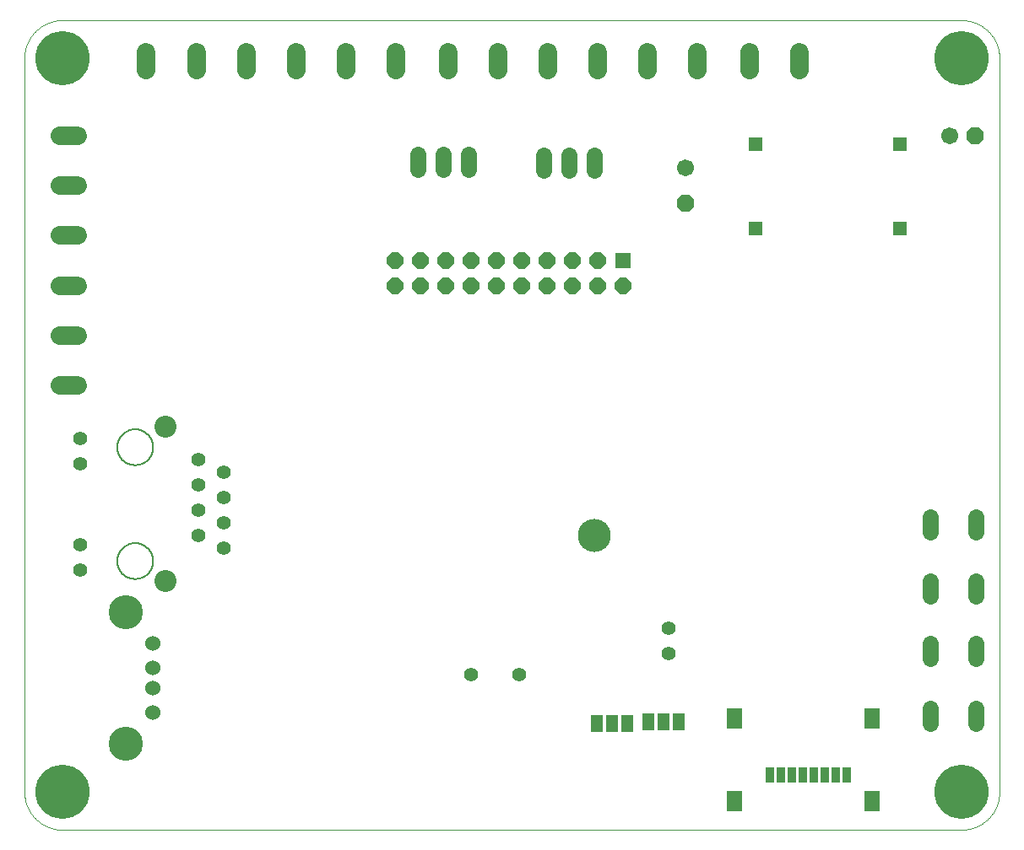
<source format=gbs>
G75*
%MOIN*%
%OFA0B0*%
%FSLAX25Y25*%
%IPPOS*%
%LPD*%
%AMOC8*
5,1,8,0,0,1.08239X$1,22.5*
%
%ADD10C,0.00000*%
%ADD11OC8,0.06700*%
%ADD12C,0.06700*%
%ADD13R,0.03550X0.06306*%
%ADD14R,0.06109X0.08274*%
%ADD15R,0.06400X0.06400*%
%ADD16OC8,0.06400*%
%ADD17C,0.05600*%
%ADD18R,0.05000X0.06700*%
%ADD19C,0.13061*%
%ADD20R,0.05550X0.05550*%
%ADD21C,0.00500*%
%ADD22C,0.08668*%
%ADD23C,0.05550*%
%ADD24C,0.07450*%
%ADD25C,0.06000*%
%ADD26C,0.13500*%
%ADD27C,0.06400*%
%ADD28C,0.21400*%
D10*
X0016750Y0002026D02*
X0371750Y0002026D01*
X0372112Y0002030D01*
X0372475Y0002044D01*
X0372837Y0002065D01*
X0373198Y0002096D01*
X0373558Y0002135D01*
X0373917Y0002183D01*
X0374275Y0002240D01*
X0374632Y0002305D01*
X0374987Y0002379D01*
X0375340Y0002462D01*
X0375691Y0002553D01*
X0376039Y0002652D01*
X0376385Y0002760D01*
X0376729Y0002876D01*
X0377069Y0003001D01*
X0377406Y0003133D01*
X0377740Y0003274D01*
X0378071Y0003423D01*
X0378398Y0003580D01*
X0378721Y0003744D01*
X0379040Y0003916D01*
X0379354Y0004096D01*
X0379665Y0004284D01*
X0379970Y0004479D01*
X0380271Y0004681D01*
X0380567Y0004891D01*
X0380857Y0005107D01*
X0381143Y0005331D01*
X0381423Y0005561D01*
X0381697Y0005798D01*
X0381965Y0006042D01*
X0382228Y0006292D01*
X0382484Y0006548D01*
X0382734Y0006811D01*
X0382978Y0007079D01*
X0383215Y0007353D01*
X0383445Y0007633D01*
X0383669Y0007919D01*
X0383885Y0008209D01*
X0384095Y0008505D01*
X0384297Y0008806D01*
X0384492Y0009111D01*
X0384680Y0009422D01*
X0384860Y0009736D01*
X0385032Y0010055D01*
X0385196Y0010378D01*
X0385353Y0010705D01*
X0385502Y0011036D01*
X0385643Y0011370D01*
X0385775Y0011707D01*
X0385900Y0012047D01*
X0386016Y0012391D01*
X0386124Y0012737D01*
X0386223Y0013085D01*
X0386314Y0013436D01*
X0386397Y0013789D01*
X0386471Y0014144D01*
X0386536Y0014501D01*
X0386593Y0014859D01*
X0386641Y0015218D01*
X0386680Y0015578D01*
X0386711Y0015939D01*
X0386732Y0016301D01*
X0386746Y0016664D01*
X0386750Y0017026D01*
X0386750Y0307026D01*
X0386746Y0307388D01*
X0386732Y0307751D01*
X0386711Y0308113D01*
X0386680Y0308474D01*
X0386641Y0308834D01*
X0386593Y0309193D01*
X0386536Y0309551D01*
X0386471Y0309908D01*
X0386397Y0310263D01*
X0386314Y0310616D01*
X0386223Y0310967D01*
X0386124Y0311315D01*
X0386016Y0311661D01*
X0385900Y0312005D01*
X0385775Y0312345D01*
X0385643Y0312682D01*
X0385502Y0313016D01*
X0385353Y0313347D01*
X0385196Y0313674D01*
X0385032Y0313997D01*
X0384860Y0314316D01*
X0384680Y0314630D01*
X0384492Y0314941D01*
X0384297Y0315246D01*
X0384095Y0315547D01*
X0383885Y0315843D01*
X0383669Y0316133D01*
X0383445Y0316419D01*
X0383215Y0316699D01*
X0382978Y0316973D01*
X0382734Y0317241D01*
X0382484Y0317504D01*
X0382228Y0317760D01*
X0381965Y0318010D01*
X0381697Y0318254D01*
X0381423Y0318491D01*
X0381143Y0318721D01*
X0380857Y0318945D01*
X0380567Y0319161D01*
X0380271Y0319371D01*
X0379970Y0319573D01*
X0379665Y0319768D01*
X0379354Y0319956D01*
X0379040Y0320136D01*
X0378721Y0320308D01*
X0378398Y0320472D01*
X0378071Y0320629D01*
X0377740Y0320778D01*
X0377406Y0320919D01*
X0377069Y0321051D01*
X0376729Y0321176D01*
X0376385Y0321292D01*
X0376039Y0321400D01*
X0375691Y0321499D01*
X0375340Y0321590D01*
X0374987Y0321673D01*
X0374632Y0321747D01*
X0374275Y0321812D01*
X0373917Y0321869D01*
X0373558Y0321917D01*
X0373198Y0321956D01*
X0372837Y0321987D01*
X0372475Y0322008D01*
X0372112Y0322022D01*
X0371750Y0322026D01*
X0016750Y0322026D01*
X0016388Y0322022D01*
X0016025Y0322008D01*
X0015663Y0321987D01*
X0015302Y0321956D01*
X0014942Y0321917D01*
X0014583Y0321869D01*
X0014225Y0321812D01*
X0013868Y0321747D01*
X0013513Y0321673D01*
X0013160Y0321590D01*
X0012809Y0321499D01*
X0012461Y0321400D01*
X0012115Y0321292D01*
X0011771Y0321176D01*
X0011431Y0321051D01*
X0011094Y0320919D01*
X0010760Y0320778D01*
X0010429Y0320629D01*
X0010102Y0320472D01*
X0009779Y0320308D01*
X0009460Y0320136D01*
X0009146Y0319956D01*
X0008835Y0319768D01*
X0008530Y0319573D01*
X0008229Y0319371D01*
X0007933Y0319161D01*
X0007643Y0318945D01*
X0007357Y0318721D01*
X0007077Y0318491D01*
X0006803Y0318254D01*
X0006535Y0318010D01*
X0006272Y0317760D01*
X0006016Y0317504D01*
X0005766Y0317241D01*
X0005522Y0316973D01*
X0005285Y0316699D01*
X0005055Y0316419D01*
X0004831Y0316133D01*
X0004615Y0315843D01*
X0004405Y0315547D01*
X0004203Y0315246D01*
X0004008Y0314941D01*
X0003820Y0314630D01*
X0003640Y0314316D01*
X0003468Y0313997D01*
X0003304Y0313674D01*
X0003147Y0313347D01*
X0002998Y0313016D01*
X0002857Y0312682D01*
X0002725Y0312345D01*
X0002600Y0312005D01*
X0002484Y0311661D01*
X0002376Y0311315D01*
X0002277Y0310967D01*
X0002186Y0310616D01*
X0002103Y0310263D01*
X0002029Y0309908D01*
X0001964Y0309551D01*
X0001907Y0309193D01*
X0001859Y0308834D01*
X0001820Y0308474D01*
X0001789Y0308113D01*
X0001768Y0307751D01*
X0001754Y0307388D01*
X0001750Y0307026D01*
X0001750Y0017026D01*
X0001754Y0016664D01*
X0001768Y0016301D01*
X0001789Y0015939D01*
X0001820Y0015578D01*
X0001859Y0015218D01*
X0001907Y0014859D01*
X0001964Y0014501D01*
X0002029Y0014144D01*
X0002103Y0013789D01*
X0002186Y0013436D01*
X0002277Y0013085D01*
X0002376Y0012737D01*
X0002484Y0012391D01*
X0002600Y0012047D01*
X0002725Y0011707D01*
X0002857Y0011370D01*
X0002998Y0011036D01*
X0003147Y0010705D01*
X0003304Y0010378D01*
X0003468Y0010055D01*
X0003640Y0009736D01*
X0003820Y0009422D01*
X0004008Y0009111D01*
X0004203Y0008806D01*
X0004405Y0008505D01*
X0004615Y0008209D01*
X0004831Y0007919D01*
X0005055Y0007633D01*
X0005285Y0007353D01*
X0005522Y0007079D01*
X0005766Y0006811D01*
X0006016Y0006548D01*
X0006272Y0006292D01*
X0006535Y0006042D01*
X0006803Y0005798D01*
X0007077Y0005561D01*
X0007357Y0005331D01*
X0007643Y0005107D01*
X0007933Y0004891D01*
X0008229Y0004681D01*
X0008530Y0004479D01*
X0008835Y0004284D01*
X0009146Y0004096D01*
X0009460Y0003916D01*
X0009779Y0003744D01*
X0010102Y0003580D01*
X0010429Y0003423D01*
X0010760Y0003274D01*
X0011094Y0003133D01*
X0011431Y0003001D01*
X0011771Y0002876D01*
X0012115Y0002760D01*
X0012461Y0002652D01*
X0012809Y0002553D01*
X0013160Y0002462D01*
X0013513Y0002379D01*
X0013868Y0002305D01*
X0014225Y0002240D01*
X0014583Y0002183D01*
X0014942Y0002135D01*
X0015302Y0002096D01*
X0015663Y0002065D01*
X0016025Y0002044D01*
X0016388Y0002030D01*
X0016750Y0002026D01*
D11*
X0262698Y0249831D03*
X0377036Y0276346D03*
D12*
X0367036Y0276346D03*
X0262698Y0263831D03*
D13*
X0296261Y0023538D03*
X0300591Y0023538D03*
X0304922Y0023538D03*
X0309253Y0023538D03*
X0313583Y0023538D03*
X0317914Y0023538D03*
X0322245Y0023538D03*
X0326576Y0023538D03*
D14*
X0336320Y0013302D03*
X0336320Y0045979D03*
X0282186Y0045979D03*
X0282186Y0013302D03*
D15*
X0238185Y0227115D03*
D16*
X0228185Y0227115D03*
X0218185Y0227115D03*
X0208185Y0227115D03*
X0198185Y0227115D03*
X0188185Y0227115D03*
X0178185Y0227115D03*
X0168185Y0227115D03*
X0158185Y0227115D03*
X0148185Y0227115D03*
X0148185Y0217115D03*
X0158185Y0217115D03*
X0168185Y0217115D03*
X0178185Y0217115D03*
X0188185Y0217115D03*
X0198185Y0217115D03*
X0208185Y0217115D03*
X0218185Y0217115D03*
X0228185Y0217115D03*
X0238185Y0217115D03*
D17*
X0256210Y0081601D03*
X0256210Y0071601D03*
X0196991Y0063507D03*
X0177991Y0063507D03*
D18*
X0227859Y0043888D03*
X0233859Y0043888D03*
X0239859Y0043888D03*
X0248086Y0044671D03*
X0254086Y0044671D03*
X0260086Y0044671D03*
D19*
X0226669Y0118360D03*
D20*
X0290405Y0239669D03*
X0290405Y0272977D03*
X0347334Y0272977D03*
X0347334Y0239669D03*
D21*
X0038403Y0153266D02*
X0038405Y0153440D01*
X0038412Y0153614D01*
X0038422Y0153787D01*
X0038437Y0153961D01*
X0038456Y0154134D01*
X0038480Y0154306D01*
X0038507Y0154478D01*
X0038539Y0154649D01*
X0038575Y0154819D01*
X0038615Y0154988D01*
X0038660Y0155156D01*
X0038708Y0155323D01*
X0038761Y0155489D01*
X0038817Y0155654D01*
X0038878Y0155817D01*
X0038942Y0155978D01*
X0039011Y0156138D01*
X0039083Y0156296D01*
X0039160Y0156452D01*
X0039240Y0156607D01*
X0039324Y0156759D01*
X0039411Y0156909D01*
X0039503Y0157058D01*
X0039597Y0157203D01*
X0039696Y0157347D01*
X0039798Y0157488D01*
X0039903Y0157626D01*
X0040012Y0157762D01*
X0040124Y0157895D01*
X0040239Y0158025D01*
X0040357Y0158153D01*
X0040479Y0158277D01*
X0040603Y0158399D01*
X0040731Y0158517D01*
X0040861Y0158632D01*
X0040994Y0158744D01*
X0041130Y0158853D01*
X0041268Y0158958D01*
X0041409Y0159060D01*
X0041553Y0159159D01*
X0041698Y0159253D01*
X0041847Y0159345D01*
X0041997Y0159432D01*
X0042149Y0159516D01*
X0042304Y0159596D01*
X0042460Y0159673D01*
X0042618Y0159745D01*
X0042778Y0159814D01*
X0042939Y0159878D01*
X0043102Y0159939D01*
X0043267Y0159995D01*
X0043433Y0160048D01*
X0043600Y0160096D01*
X0043768Y0160141D01*
X0043937Y0160181D01*
X0044107Y0160217D01*
X0044278Y0160249D01*
X0044450Y0160276D01*
X0044622Y0160300D01*
X0044795Y0160319D01*
X0044969Y0160334D01*
X0045142Y0160344D01*
X0045316Y0160351D01*
X0045490Y0160353D01*
X0045664Y0160351D01*
X0045838Y0160344D01*
X0046011Y0160334D01*
X0046185Y0160319D01*
X0046358Y0160300D01*
X0046530Y0160276D01*
X0046702Y0160249D01*
X0046873Y0160217D01*
X0047043Y0160181D01*
X0047212Y0160141D01*
X0047380Y0160096D01*
X0047547Y0160048D01*
X0047713Y0159995D01*
X0047878Y0159939D01*
X0048041Y0159878D01*
X0048202Y0159814D01*
X0048362Y0159745D01*
X0048520Y0159673D01*
X0048676Y0159596D01*
X0048831Y0159516D01*
X0048983Y0159432D01*
X0049133Y0159345D01*
X0049282Y0159253D01*
X0049427Y0159159D01*
X0049571Y0159060D01*
X0049712Y0158958D01*
X0049850Y0158853D01*
X0049986Y0158744D01*
X0050119Y0158632D01*
X0050249Y0158517D01*
X0050377Y0158399D01*
X0050501Y0158277D01*
X0050623Y0158153D01*
X0050741Y0158025D01*
X0050856Y0157895D01*
X0050968Y0157762D01*
X0051077Y0157626D01*
X0051182Y0157488D01*
X0051284Y0157347D01*
X0051383Y0157203D01*
X0051477Y0157058D01*
X0051569Y0156909D01*
X0051656Y0156759D01*
X0051740Y0156607D01*
X0051820Y0156452D01*
X0051897Y0156296D01*
X0051969Y0156138D01*
X0052038Y0155978D01*
X0052102Y0155817D01*
X0052163Y0155654D01*
X0052219Y0155489D01*
X0052272Y0155323D01*
X0052320Y0155156D01*
X0052365Y0154988D01*
X0052405Y0154819D01*
X0052441Y0154649D01*
X0052473Y0154478D01*
X0052500Y0154306D01*
X0052524Y0154134D01*
X0052543Y0153961D01*
X0052558Y0153787D01*
X0052568Y0153614D01*
X0052575Y0153440D01*
X0052577Y0153266D01*
X0052575Y0153092D01*
X0052568Y0152918D01*
X0052558Y0152745D01*
X0052543Y0152571D01*
X0052524Y0152398D01*
X0052500Y0152226D01*
X0052473Y0152054D01*
X0052441Y0151883D01*
X0052405Y0151713D01*
X0052365Y0151544D01*
X0052320Y0151376D01*
X0052272Y0151209D01*
X0052219Y0151043D01*
X0052163Y0150878D01*
X0052102Y0150715D01*
X0052038Y0150554D01*
X0051969Y0150394D01*
X0051897Y0150236D01*
X0051820Y0150080D01*
X0051740Y0149925D01*
X0051656Y0149773D01*
X0051569Y0149623D01*
X0051477Y0149474D01*
X0051383Y0149329D01*
X0051284Y0149185D01*
X0051182Y0149044D01*
X0051077Y0148906D01*
X0050968Y0148770D01*
X0050856Y0148637D01*
X0050741Y0148507D01*
X0050623Y0148379D01*
X0050501Y0148255D01*
X0050377Y0148133D01*
X0050249Y0148015D01*
X0050119Y0147900D01*
X0049986Y0147788D01*
X0049850Y0147679D01*
X0049712Y0147574D01*
X0049571Y0147472D01*
X0049427Y0147373D01*
X0049282Y0147279D01*
X0049133Y0147187D01*
X0048983Y0147100D01*
X0048831Y0147016D01*
X0048676Y0146936D01*
X0048520Y0146859D01*
X0048362Y0146787D01*
X0048202Y0146718D01*
X0048041Y0146654D01*
X0047878Y0146593D01*
X0047713Y0146537D01*
X0047547Y0146484D01*
X0047380Y0146436D01*
X0047212Y0146391D01*
X0047043Y0146351D01*
X0046873Y0146315D01*
X0046702Y0146283D01*
X0046530Y0146256D01*
X0046358Y0146232D01*
X0046185Y0146213D01*
X0046011Y0146198D01*
X0045838Y0146188D01*
X0045664Y0146181D01*
X0045490Y0146179D01*
X0045316Y0146181D01*
X0045142Y0146188D01*
X0044969Y0146198D01*
X0044795Y0146213D01*
X0044622Y0146232D01*
X0044450Y0146256D01*
X0044278Y0146283D01*
X0044107Y0146315D01*
X0043937Y0146351D01*
X0043768Y0146391D01*
X0043600Y0146436D01*
X0043433Y0146484D01*
X0043267Y0146537D01*
X0043102Y0146593D01*
X0042939Y0146654D01*
X0042778Y0146718D01*
X0042618Y0146787D01*
X0042460Y0146859D01*
X0042304Y0146936D01*
X0042149Y0147016D01*
X0041997Y0147100D01*
X0041847Y0147187D01*
X0041698Y0147279D01*
X0041553Y0147373D01*
X0041409Y0147472D01*
X0041268Y0147574D01*
X0041130Y0147679D01*
X0040994Y0147788D01*
X0040861Y0147900D01*
X0040731Y0148015D01*
X0040603Y0148133D01*
X0040479Y0148255D01*
X0040357Y0148379D01*
X0040239Y0148507D01*
X0040124Y0148637D01*
X0040012Y0148770D01*
X0039903Y0148906D01*
X0039798Y0149044D01*
X0039696Y0149185D01*
X0039597Y0149329D01*
X0039503Y0149474D01*
X0039411Y0149623D01*
X0039324Y0149773D01*
X0039240Y0149925D01*
X0039160Y0150080D01*
X0039083Y0150236D01*
X0039011Y0150394D01*
X0038942Y0150554D01*
X0038878Y0150715D01*
X0038817Y0150878D01*
X0038761Y0151043D01*
X0038708Y0151209D01*
X0038660Y0151376D01*
X0038615Y0151544D01*
X0038575Y0151713D01*
X0038539Y0151883D01*
X0038507Y0152054D01*
X0038480Y0152226D01*
X0038456Y0152398D01*
X0038437Y0152571D01*
X0038422Y0152745D01*
X0038412Y0152918D01*
X0038405Y0153092D01*
X0038403Y0153266D01*
X0038403Y0108266D02*
X0038405Y0108440D01*
X0038412Y0108614D01*
X0038422Y0108787D01*
X0038437Y0108961D01*
X0038456Y0109134D01*
X0038480Y0109306D01*
X0038507Y0109478D01*
X0038539Y0109649D01*
X0038575Y0109819D01*
X0038615Y0109988D01*
X0038660Y0110156D01*
X0038708Y0110323D01*
X0038761Y0110489D01*
X0038817Y0110654D01*
X0038878Y0110817D01*
X0038942Y0110978D01*
X0039011Y0111138D01*
X0039083Y0111296D01*
X0039160Y0111452D01*
X0039240Y0111607D01*
X0039324Y0111759D01*
X0039411Y0111909D01*
X0039503Y0112058D01*
X0039597Y0112203D01*
X0039696Y0112347D01*
X0039798Y0112488D01*
X0039903Y0112626D01*
X0040012Y0112762D01*
X0040124Y0112895D01*
X0040239Y0113025D01*
X0040357Y0113153D01*
X0040479Y0113277D01*
X0040603Y0113399D01*
X0040731Y0113517D01*
X0040861Y0113632D01*
X0040994Y0113744D01*
X0041130Y0113853D01*
X0041268Y0113958D01*
X0041409Y0114060D01*
X0041553Y0114159D01*
X0041698Y0114253D01*
X0041847Y0114345D01*
X0041997Y0114432D01*
X0042149Y0114516D01*
X0042304Y0114596D01*
X0042460Y0114673D01*
X0042618Y0114745D01*
X0042778Y0114814D01*
X0042939Y0114878D01*
X0043102Y0114939D01*
X0043267Y0114995D01*
X0043433Y0115048D01*
X0043600Y0115096D01*
X0043768Y0115141D01*
X0043937Y0115181D01*
X0044107Y0115217D01*
X0044278Y0115249D01*
X0044450Y0115276D01*
X0044622Y0115300D01*
X0044795Y0115319D01*
X0044969Y0115334D01*
X0045142Y0115344D01*
X0045316Y0115351D01*
X0045490Y0115353D01*
X0045664Y0115351D01*
X0045838Y0115344D01*
X0046011Y0115334D01*
X0046185Y0115319D01*
X0046358Y0115300D01*
X0046530Y0115276D01*
X0046702Y0115249D01*
X0046873Y0115217D01*
X0047043Y0115181D01*
X0047212Y0115141D01*
X0047380Y0115096D01*
X0047547Y0115048D01*
X0047713Y0114995D01*
X0047878Y0114939D01*
X0048041Y0114878D01*
X0048202Y0114814D01*
X0048362Y0114745D01*
X0048520Y0114673D01*
X0048676Y0114596D01*
X0048831Y0114516D01*
X0048983Y0114432D01*
X0049133Y0114345D01*
X0049282Y0114253D01*
X0049427Y0114159D01*
X0049571Y0114060D01*
X0049712Y0113958D01*
X0049850Y0113853D01*
X0049986Y0113744D01*
X0050119Y0113632D01*
X0050249Y0113517D01*
X0050377Y0113399D01*
X0050501Y0113277D01*
X0050623Y0113153D01*
X0050741Y0113025D01*
X0050856Y0112895D01*
X0050968Y0112762D01*
X0051077Y0112626D01*
X0051182Y0112488D01*
X0051284Y0112347D01*
X0051383Y0112203D01*
X0051477Y0112058D01*
X0051569Y0111909D01*
X0051656Y0111759D01*
X0051740Y0111607D01*
X0051820Y0111452D01*
X0051897Y0111296D01*
X0051969Y0111138D01*
X0052038Y0110978D01*
X0052102Y0110817D01*
X0052163Y0110654D01*
X0052219Y0110489D01*
X0052272Y0110323D01*
X0052320Y0110156D01*
X0052365Y0109988D01*
X0052405Y0109819D01*
X0052441Y0109649D01*
X0052473Y0109478D01*
X0052500Y0109306D01*
X0052524Y0109134D01*
X0052543Y0108961D01*
X0052558Y0108787D01*
X0052568Y0108614D01*
X0052575Y0108440D01*
X0052577Y0108266D01*
X0052575Y0108092D01*
X0052568Y0107918D01*
X0052558Y0107745D01*
X0052543Y0107571D01*
X0052524Y0107398D01*
X0052500Y0107226D01*
X0052473Y0107054D01*
X0052441Y0106883D01*
X0052405Y0106713D01*
X0052365Y0106544D01*
X0052320Y0106376D01*
X0052272Y0106209D01*
X0052219Y0106043D01*
X0052163Y0105878D01*
X0052102Y0105715D01*
X0052038Y0105554D01*
X0051969Y0105394D01*
X0051897Y0105236D01*
X0051820Y0105080D01*
X0051740Y0104925D01*
X0051656Y0104773D01*
X0051569Y0104623D01*
X0051477Y0104474D01*
X0051383Y0104329D01*
X0051284Y0104185D01*
X0051182Y0104044D01*
X0051077Y0103906D01*
X0050968Y0103770D01*
X0050856Y0103637D01*
X0050741Y0103507D01*
X0050623Y0103379D01*
X0050501Y0103255D01*
X0050377Y0103133D01*
X0050249Y0103015D01*
X0050119Y0102900D01*
X0049986Y0102788D01*
X0049850Y0102679D01*
X0049712Y0102574D01*
X0049571Y0102472D01*
X0049427Y0102373D01*
X0049282Y0102279D01*
X0049133Y0102187D01*
X0048983Y0102100D01*
X0048831Y0102016D01*
X0048676Y0101936D01*
X0048520Y0101859D01*
X0048362Y0101787D01*
X0048202Y0101718D01*
X0048041Y0101654D01*
X0047878Y0101593D01*
X0047713Y0101537D01*
X0047547Y0101484D01*
X0047380Y0101436D01*
X0047212Y0101391D01*
X0047043Y0101351D01*
X0046873Y0101315D01*
X0046702Y0101283D01*
X0046530Y0101256D01*
X0046358Y0101232D01*
X0046185Y0101213D01*
X0046011Y0101198D01*
X0045838Y0101188D01*
X0045664Y0101181D01*
X0045490Y0101179D01*
X0045316Y0101181D01*
X0045142Y0101188D01*
X0044969Y0101198D01*
X0044795Y0101213D01*
X0044622Y0101232D01*
X0044450Y0101256D01*
X0044278Y0101283D01*
X0044107Y0101315D01*
X0043937Y0101351D01*
X0043768Y0101391D01*
X0043600Y0101436D01*
X0043433Y0101484D01*
X0043267Y0101537D01*
X0043102Y0101593D01*
X0042939Y0101654D01*
X0042778Y0101718D01*
X0042618Y0101787D01*
X0042460Y0101859D01*
X0042304Y0101936D01*
X0042149Y0102016D01*
X0041997Y0102100D01*
X0041847Y0102187D01*
X0041698Y0102279D01*
X0041553Y0102373D01*
X0041409Y0102472D01*
X0041268Y0102574D01*
X0041130Y0102679D01*
X0040994Y0102788D01*
X0040861Y0102900D01*
X0040731Y0103015D01*
X0040603Y0103133D01*
X0040479Y0103255D01*
X0040357Y0103379D01*
X0040239Y0103507D01*
X0040124Y0103637D01*
X0040012Y0103770D01*
X0039903Y0103906D01*
X0039798Y0104044D01*
X0039696Y0104185D01*
X0039597Y0104329D01*
X0039503Y0104474D01*
X0039411Y0104623D01*
X0039324Y0104773D01*
X0039240Y0104925D01*
X0039160Y0105080D01*
X0039083Y0105236D01*
X0039011Y0105394D01*
X0038942Y0105554D01*
X0038878Y0105715D01*
X0038817Y0105878D01*
X0038761Y0106043D01*
X0038708Y0106209D01*
X0038660Y0106376D01*
X0038615Y0106544D01*
X0038575Y0106713D01*
X0038539Y0106883D01*
X0038507Y0107054D01*
X0038480Y0107226D01*
X0038456Y0107398D01*
X0038437Y0107571D01*
X0038422Y0107745D01*
X0038412Y0107918D01*
X0038405Y0108092D01*
X0038403Y0108266D01*
D22*
X0057498Y0100274D03*
X0057498Y0161258D03*
D23*
X0070490Y0148246D03*
X0080490Y0143285D03*
X0070490Y0138246D03*
X0080490Y0133285D03*
X0070490Y0128246D03*
X0080490Y0123285D03*
X0070490Y0118246D03*
X0080490Y0113285D03*
X0023758Y0114683D03*
X0023758Y0104683D03*
X0023758Y0146848D03*
X0023758Y0156848D03*
D24*
X0022858Y0177813D02*
X0015808Y0177813D01*
X0015808Y0197498D02*
X0022858Y0197498D01*
X0022858Y0217183D02*
X0015808Y0217183D01*
X0015808Y0236868D02*
X0022858Y0236868D01*
X0022858Y0256553D02*
X0015808Y0256553D01*
X0015808Y0276238D02*
X0022858Y0276238D01*
X0049954Y0302292D02*
X0049954Y0309342D01*
X0069639Y0309342D02*
X0069639Y0302292D01*
X0089324Y0302292D02*
X0089324Y0309342D01*
X0109009Y0309342D02*
X0109009Y0302292D01*
X0128694Y0302292D02*
X0128694Y0309342D01*
X0148379Y0309342D02*
X0148379Y0302292D01*
X0169038Y0302280D02*
X0169038Y0309330D01*
X0188723Y0309330D02*
X0188723Y0302280D01*
X0208408Y0302280D02*
X0208408Y0309330D01*
X0228093Y0309330D02*
X0228093Y0302280D01*
X0247778Y0302280D02*
X0247778Y0309330D01*
X0267463Y0309330D02*
X0267463Y0302280D01*
X0288237Y0302242D02*
X0288237Y0309292D01*
X0307922Y0309292D02*
X0307922Y0302242D01*
D25*
X0052450Y0075776D03*
X0052450Y0065976D03*
X0052450Y0058076D03*
X0052450Y0048276D03*
D26*
X0041750Y0036176D03*
X0041750Y0087876D03*
D27*
X0157071Y0262922D02*
X0157071Y0268922D01*
X0167071Y0268922D02*
X0167071Y0262922D01*
X0177071Y0262922D02*
X0177071Y0268922D01*
X0206690Y0268632D02*
X0206690Y0262632D01*
X0216690Y0262632D02*
X0216690Y0268632D01*
X0226690Y0268632D02*
X0226690Y0262632D01*
X0359621Y0125834D02*
X0359621Y0119834D01*
X0377421Y0119834D02*
X0377421Y0125834D01*
X0377421Y0100234D02*
X0377421Y0094234D01*
X0359621Y0094234D02*
X0359621Y0100234D01*
X0359621Y0075574D02*
X0359621Y0069574D01*
X0377421Y0069574D02*
X0377421Y0075574D01*
X0377421Y0049974D02*
X0377421Y0043974D01*
X0359621Y0043974D02*
X0359621Y0049974D01*
D28*
X0371750Y0017026D03*
X0371750Y0307026D03*
X0016750Y0307026D03*
X0016750Y0017026D03*
M02*

</source>
